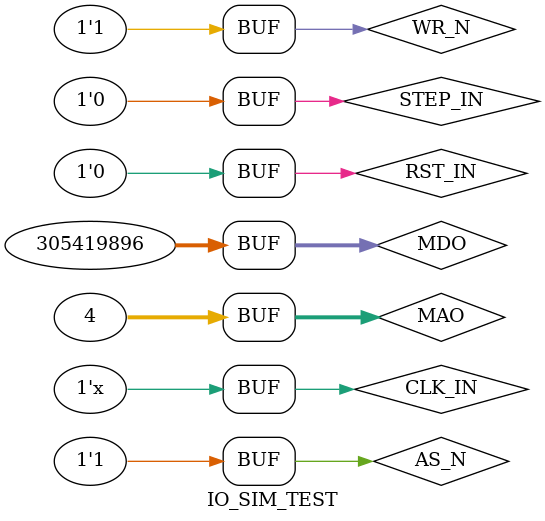
<source format=v>
`timescale 1ns / 1ps


module IO_SIM_TEST;
   
      reg CLK_IN;
      reg RST_IN;
      reg STEP_IN;
      reg AS_N;
      reg WR_N;
      reg [31:0] MAO;
      reg [31:0] MDO;
      wire CLK;
      wire RST;
      wire STEP;
      wire ACK_N;
      wire [31:0] DO;
      
      
      initial begin
      CLK_IN = 1;
      RST_IN=1;
      STEP_IN=0;
      AS_N=1;
      WR_N=1;
      MAO=32'h00000004;
      MDO=32'h12345678;
      
      
      #100.1  	 RST_IN=0;
					// One cycle STEP_EN
      #100  	 STEP_IN=1;
      #100  	 STEP_IN=0;
					// Read transaction 
      #100 	    AS_N=0;
      #400 		 AS_N=1;
					//Write transaction (Read afer Write)
      #100 		 AS_N=0;
					 WR_N=0;
		#400 		 AS_N=1;
					 WR_N=1;
					// Read transaction (Read afer Write)
      #100		 AS_N=0;    
      #400		 AS_N=1;
      end
      
      
      
      always begin
        #50 CLK_IN = ~CLK_IN;  // timescale is 1ns so #5 provides 100MHz clock
    end
      
      
      IO_SIM #( 10) uut
      (
      .CLK_IN(CLK_IN),
      .RST_IN(RST_IN),
      .STEP_IN(STEP_IN),
      .AS_N(AS_N),
      .WR_N(WR_N),
      .MAO(MAO),
      .MDO(MDO),
      .CLK(CLK),
      .RST(RST),
      .STEP(STEP),
       .ACK_N(ACK_N),
       .DO(DO)
       );  
endmodule

</source>
